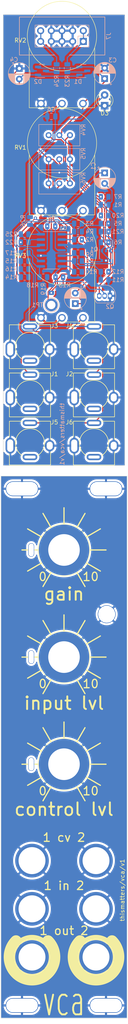
<source format=kicad_pcb>
(kicad_pcb (version 20221018) (generator pcbnew)
  (layers (0 "F.Cu" signal) (31 "B.Cu" signal) (34 "B.Paste" user) (35 "F.Paste" user) (36 "B.SilkS" user "B.Silkscreen") (37 "F.SilkS" user "F.Silkscreen") (38 "B.Mask" user) (39 "F.Mask" user) (44 "Edge.Cuts" user))
  (net 0 "")
  (net 1 "Net-(C1-Pad1)")
  (net 2 "Net-(C1-Pad2)")
  (net 3 "Net-(C2-Pad1)")
  (net 4 "Net-(C2-Pad2)")
  (net 5 "+12V")
  (net 6 "GND")
  (net 7 "-12V")
  (net 8 "Net-(D1-common)")
  (net 9 "Net-(D2-common)")
  (net 10 "Net-(D3-A)")
  (net 11 "Net-(J1-PadT)")
  (net 14 "Net-(J3-PadT)")
  (net 16 "Net-(J4-PadT)")
  (net 18 "/output")
  (net 21 "Net-(Q1A-E1)")
  (net 22 "Net-(Q1A-B1)")
  (net 23 "Net-(Q1B-C2)")
  (net 24 "Net-(Q2-B)")
  (net 25 "Net-(Q2-E)")
  (net 26 "Net-(U1A--)")
  (net 27 "Net-(U1D-+)")
  (net 28 "Net-(Q1A-C1)")
  (net 29 "Net-(R6-Pad2)")
  (net 30 "Net-(R7-Pad2)")
  (net 31 "Net-(U1B--)")
  (net 32 "Net-(U1B-+)")
  (net 33 "Net-(R10-Pad2)")
  (net 34 "Net-(R12-Pad1)")
  (net 35 "Net-(C6-Pad1)")
  (net 36 "Net-(U1C--)")
  (net 37 "Net-(R15-Pad1)")
  (net 38 "Net-(R17-Pad2)")
  (net 39 "Net-(R19-Pad1)")
  (net 40 "Net-(U1D--)")
  (net 41 "Net-(J7-Pin_1)")
  (net 42 "Net-(J7-Pin_10)")
  (net 43 "Net-(R25-Pad2)")
  (net 44 "/face")
  (footprint "eurorack:AudioJack2_Tayda_A-2566" (layer "F.Cu") (at 25.4 96.52)
    (fp_text reference "J3")
    (fp_text value "CV 1")
  )
  (footprint "eurorack:Mech-Potentiometer-Hole_level" (layer "F.Cu") (at 33.5026 144.709)
    (fp_text reference "H7")
    (fp_text value "Gain" hide)
  )
  (footprint "eurorack:AudioJack2_Tayda_A-2566" (layer "F.Cu") (at 25.4 119.38)
    (fp_text reference "J5")
    (fp_text value "Out 1")
  )
  (footprint "eurorack:Potentiometer_RV16AF-41-15R1" (layer "F.Cu") (at 33.02 73.66)
    (fp_text reference "RV3")
    (fp_text value "100K LOG*")
  )
  (footprint "eurorack:Potentiometer_RV16AF-41-15R1" (layer "F.Cu") (at 33.02 22.86)
    (fp_text reference "RV2")
    (fp_text value "100K LOG*")
  )
  (footprint "eurorack:Mech-MountingHole" (layer "F.Cu") (at 23.5026 252.704)
    (fp_text reference "H3")
    (fp_text value "MountingHole")
  )
  (footprint "eurorack:Mech-AudioJack-Hole" (layer "F.Cu") (at 25.8826 229.799)
    (fp_text reference "H8")
    (fp_text value "Signal 1" hide)
  )
  (footprint "eurorack:Mech-AudioJack-Hole" (layer "F.Cu") (at 25.8826 218.369)
    (fp_text reference "H10")
    (fp_text value "CV 1" hide)
  )
  (footprint "eurorack:Mech-AudioJack-Hole-Output" (layer "F.Cu") (at 25.8826 241.229)
    (fp_text reference "H12")
    (fp_text value "Out 1" hide)
  )
  (footprint "eurorack:Mech-AudioJack-Hole" (layer "F.Cu") (at 41.1226 218.369)
    (fp_text reference "H11")
    (fp_text value "CV 2" hide)
  )
  (footprint "eurorack:Mech-MountingHole" (layer "F.Cu") (at 43.5026 252.704)
    (fp_text reference "H4")
    (fp_text value "MountingHole")
  )
  (footprint "eurorack:AudioJack2_Tayda_A-2566" (layer "F.Cu") (at 40.64 96.52)
    (fp_text reference "J4")
    (fp_text value "CV 2")
  )
  (footprint "eurorack:Mech-AudioJack-Hole" (layer "F.Cu") (at 41.1226 229.799)
    (fp_text reference "H9")
    (fp_text value "Signal 2" hide)
  )
  (footprint "eurorack:AudioJack2_Tayda_A-2566" (layer "F.Cu") (at 25.4 107.95)
    (fp_text reference "J1")
    (fp_text value "Signal 1")
  )
  (footprint "eurorack:AudioJack2_Tayda_A-2566" (layer "F.Cu") (at 40.64 107.95)
    (fp_text reference "J2")
    (fp_text value "Signal 2")
  )
  (footprint "eurorack:Mech-LED-Hole-4mm" (layer "F.Cu") (at 43.6626 159.949)
    (fp_text reference "H14" hide)
    (fp_text value "Input LED")
  )
  (footprint "eurorack:Mech-AudioJack-Hole-Output" (layer "F.Cu") (at 41.1226 241.229)
    (fp_text reference "H13")
    (fp_text value "Out 2" hide)
  )
  (footprint "eurorack:Mech-Potentiometer-Hole_level" (layer "F.Cu") (at 33.5026 195.509)
    (fp_text reference "H6")
    (fp_text value "control lvl" hide)
  )
  (footprint "eurorack:Potentiometer_RV16AF-41-15R1" (layer "F.Cu") (at 33.02 48.26)
    (fp_text reference "RV1")
    (fp_text value "100K LOG*")
  )
  (footprint "eurorack:Mech-MountingHole" (layer "F.Cu") (at 23.5026 130.204)
    (fp_text reference "H1")
    (fp_text value "MountingHole")
  )
  (footprint "eurorack:Mech-Potentiometer-Hole_level" (layer "F.Cu") (at 33.5026 170.109)
    (fp_text reference "H5")
    (fp_text value "Input lvl" hide)
  )
  (footprint "eurorack:AudioJack2_Tayda_A-2566" (layer "F.Cu") (at 40.64 119.38)
    (fp_text reference "J6")
    (fp_text value "Out 2")
  )
  (footprint "LED_THT:LED_D3.0mm" (layer "F.Cu") (at 43.18 39.37 90)
    (fp_text reference "D3")
    (fp_text value "LED")
  )
  (footprint "eurorack:Mech-MountingHole" (layer "F.Cu") (at 43.5026 130.204)
    (fp_text reference "H2")
    (fp_text value "MountingHole")
  )
  (footprint "Capacitor_SMD:C_0805_2012Metric" (layer "B.Cu") (at 30.48 67.945 180)
    (fp_text reference "C5")
    (fp_text value "100n")
  )
  (footprint "Resistor_SMD:R_0805_2012Metric" (layer "B.Cu") (at 36.83 69.215)
    (fp_text reference "R4")
    (fp_text value "100K")
  )
  (footprint "Resistor_SMD:R_0805_2012Metric" (layer "B.Cu") (at 24.13 69.85)
    (fp_text reference "R25")
    (fp_text value "1K")
  )
  (footprint "Resistor_SMD:R_0805_2012Metric" (layer "B.Cu") (at 28.575 80.01)
    (fp_text reference "R18")
    (fp_text value "22K")
  )
  (footprint "Resistor_SMD:R_0805_2012Metric" (layer "B.Cu") (at 43.18 65.405)
    (fp_text reference "R20")
    (fp_text value "15K")
  )
  (footprint "Resistor_SMD:R_0805_2012Metric" (layer "B.Cu") (at 36.83 67.31 180)
    (fp_text reference "R3")
    (fp_text value "100K")
  )
  (footprint "Resistor_SMD:R_0805_2012Metric" (layer "B.Cu") (at 43.18 71.755)
    (fp_text reference "R6")
    (fp_text value "15K")
  )
  (footprint "Capacitor_THT:CP_Radial_D5.0mm_P2.50mm" (layer "B.Cu") (at 43.18 32.955113 90)
    (fp_text reference "C3")
    (fp_text value "22u 25V")
  )
  (footprint "Resistor_SMD:R_0805_2012Metric" (layer "B.Cu") (at 24.13 76.2 180)
    (fp_text reference "R15")
    (fp_text value "68K")
  )
  (footprint "Resistor_SMD:R_0805_2012Metric" (layer "B.Cu") (at 24.13 74.295)
    (fp_text reference "R17")
    (fp_text value "100K")
  )
  (footprint "Capacitor_THT:CP_Radial_D5.0mm_P2.50mm" (layer "B.Cu") (at 36.195 86.295113 90)
    (fp_text reference "C2")
    (fp_text value "10u*")
  )
  (footprint "Resistor_SMD:R_0805_2012Metric" (layer "B.Cu") (at 30.48 82.8275 90)
    (fp_text reference "R19")
    (fp_text value "22K")
  )
  (footprint "Resistor_SMD:R_0805_2012Metric" (layer "B.Cu") (at 24.13 80.01)
    (fp_text reference "R14")
    (fp_text value "100K")
  )
  (footprint "Resistor_SMD:R_0805_2012Metric" (layer "B.Cu") (at 31.75 30.48 90)
    (fp_text reference "R24")
    (fp_text value "10")
  )
  (footprint "Package_SO:SOIC-14_3.9x8.7mm_P1.27mm" (layer "B.Cu") (at 30.48 73.66 180)
    (fp_text reference "U1")
    (fp_text value "TL074")
  )
  (footprint "eurorack:PinHeader_2x05_P2.54mm_Vertical" (layer "B.Cu") (at 38.1 24.13 90)
    (fp_text reference "J7")
    (fp_text value "Conn_02x05_Odd_Even")
  )
  (footprint "Resistor_SMD:R_0805_2012Metric" (layer "B.Cu") (at 24.13 71.755 180)
    (fp_text reference "R22")
    (fp_text value "1K")
  )
  (footprint "Resistor_SMD:R_0805_2012Metric" (layer "B.Cu") (at 43.18 67.31 180)
    (fp_text reference "R5")
    (fp_text value "1K")
  )
  (footprint "Resistor_SMD:R_0805_2012Metric" (layer "B.Cu") (at 32.385 80.01 180)
    (fp_text reference "R13")
    (fp_text value "470")
  )
  (footprint "Resistor_SMD:R_0805_2012Metric" (layer "B.Cu") (at 36.83 74.295)
    (fp_text reference "R9")
    (fp_text value "10K")
  )
  (footprint "Resistor_SMD:R_0805_2012Metric" (layer "B.Cu") (at 34.29 30.48 90)
    (fp_text reference "R23")
    (fp_text value "10")
  )
  (footprint "Package_TO_SOT_SMD:SOT-23" (layer "B.Cu") (at 28.2725 31.115)
    (fp_text reference "D2")
    (fp_text value "BAT54SL")
  )
  (footprint "Potentiometer_THT:Potentiometer_Bourns_3296W_Vertical" (layer "B.Cu") (at 29.845 46.355 180)
    (fp_text reference "RV4")
    (fp_text value "1K")
  )
  (footprint "Package_SO:TSOP-6_1.65x3.05mm_P0.95mm" (layer "B.Cu") (at 43.5 74.93 -90)
    (fp_text reference "Q1")
    (fp_text value "BCM847")
  )
  (footprint "Resistor_SMD:R_0805_2012Metric" (layer "B.Cu") (at 43.18 60.96 180)
    (fp_text reference "R7")
    (fp_text value "15K")
  )
  (footprint "Resistor_SMD:R_0805_2012Metric" (layer "B.Cu") (at 43.18 69.215 180)
    (fp_text reference "R21")
    (fp_text value "33K")
  )
  (footprint "Resistor_SMD:R_0805_2012Metric" (layer "B.Cu") (at 36.83 76.2)
    (fp_text reference "R8")
    (fp_text value "10K")
  )
  (footprint "Resistor_SMD:R_0805_2012Metric" (layer "B.Cu") (at 43.18 80.645 180)
    (fp_text reference "R11")
    (fp_text value "100K")
  )
  (footprint "Capacitor_THT:CP_Radial_D5.0mm_P2.50mm" (layer "B.Cu") (at 22.86 30.544888 -90)
    (fp_text reference "C4")
    (fp_text value "22u 25V")
  )
  (footprint "Capacitor_SMD:C_0805_2012Metric" (layer "B.Cu") (at 30.48 41.91 180)
    (fp_text reference "C6")
    (fp_text value "100n")
  )
  (footprint "Potentiometer_THT:Potentiometer_Bourns_3296W_Vertical" (layer "B.Cu") (at 34.925 57.785)
    (fp_text reference "RV6")
    (fp_text value "47K")
  )
  (footprint "Capacitor_THT:CP_Radial_D5.0mm_P2.50mm" (layer "B.Cu") (at 43.18 55.309888 -90)
    (fp_text reference "C1")
    (fp_text value "10u*")
  )
  (footprint "Package_TO_SOT_SMD:SOT-23" (layer "B.Cu") (at 38.1 31.115)
    (fp_text reference "D1")
    (fp_text value "BAT54SL")
  )
  (footprint "Resistor_SMD:R_0805_2012Metric" (layer "B.Cu") (at 36.83 78.74 180)
    (fp_text reference "R10")
    (fp_text value "100K")
  )
  (footprint "Resistor_SMD:R_0805_2012Metric" (layer "B.Cu") (at 25.4 66.675 -90)
    (fp_text reference "R26")
    (fp_text value "100")
  )
  (footprint "Potentiometer_THT:Potentiometer_Bourns_3296W_Vertical" (layer "B.Cu") (at 34.925 52.07)
    (fp_text reference "RV5")
    (fp_text value "100K")
  )
  (footprint "Resistor_SMD:R_0805_2012Metric" (layer "B.Cu") (at 43.18 78.74 180)
    (fp_text reference "R12")
    (fp_text value "470K")
  )
  (footprint "Resistor_SMD:R_0805_2012Metric" (layer "B.Cu") (at 36.83 71.12 180)
    (fp_text reference "R2")
    (fp_text value "100K")
  )
  (footprint "TestPoint:TestPoint_Plated_Hole_D2.0mm" (layer "B.Cu") (at 30.48 86.614 180)
    (fp_text reference "TP1")
    (fp_text value "TestPoint")
  )
  (footprint "Resistor_SMD:R_0805_2012Metric" (layer "B.Cu") (at 43.18 62.865 180)
    (fp_text reference "R1")
    (fp_text value "100K")
  )
  (footprint "Resistor_SMD:R_0805_2012Metric" (layer "B.Cu") (at 24.13 78.105 180)
    (fp_text reference "R16")
    (fp_text value "68K")
  )
  (footprint "Package_TO_SOT_THT:TO-92L_Inline" (layer "B.Cu") (at 44.45 84.455 180)
    (fp_text reference "Q2")
    (fp_text value "BC547C")
  )
  (gr_rect (start 19.05 17.78) (end 47.9552 124.664) (stroke (width 0.1)) (fill none) (layer "Edge.Cuts"))
  (gr_rect (start 18.5026 127.204) (end 48.5026 255.704) (stroke (width 0.1)) (fill none) (layer "Edge.Cuts"))
  (gr_text "thismatters/vca/v1" (at 33.6426 109.777 90) (layer "B.SilkS") (effects (font (size 1 1)) (justify left bottom mirror)))
  (gr_text "input lvl" (at 33.5026 182.809) (layer "F.SilkS") (effects (font (size 3 3) (thickness 0.45)) (justify bottom)))
  (gr_text "1 in 2" (at 33.5026 225.481) (layer "F.SilkS") (effects (font (size 2 2) (thickness 0.3)) (justify bottom)))
  (gr_text "1 cv 2" (at 33.5026 214.051) (layer "F.SilkS") (effects (font (size 2 2) (thickness 0.3)) (justify bottom)))
  (gr_text "gain" (at 33.5026 156.901) (layer "F.SilkS") (effects (font (size 3 3) (thickness 0.45)) (justify bottom)))
  (gr_text "1 out 2" (at 33.5026 236.149) (layer "F.SilkS") (effects (font (size 2 2) (thickness 0.3)) (justify bottom)))
  (gr_text "control lvl" (at 33.5026 207.955) (layer "F.SilkS") (effects (font (size 3 3) (thickness 0.45)) (justify bottom)))
  (gr_text "vca" (at 33.4826 255.704) (layer "F.SilkS") (effects (font (size 7 4) (thickness 0.45)) (justify bottom)))
  (gr_text "thismatters/vca/v1" (at 47.9806 232.856 90) (layer "F.SilkS") (effects (font (size 1 1)) (justify left bottom)))
  (segment (start 33.02 64.26) (end 41.970112 55.309888) (width 0.25) (layer "B.Cu") (net 1))
  (segment (start 41.970112 55.309888) (end 43.18 55.309888) (width 0.25) (layer "B.Cu") (net 1))
  (segment (start 44.93 62.0275) (end 44.0925 62.865) (width 0.25) (layer "B.Cu") (net 2))
  (segment (start 44.93 59.559888) (end 44.93 62.0275) (width 0.25) (layer "B.Cu") (net 2))
  (segment (start 43.18 57.809888) (end 44.93 59.559888) (width 0.25) (layer "B.Cu") (net 2))
  (segment (start 42.73 89.721396) (end 42.715 89.736396) (width 0.25) (layer "F.Cu") (net 3))
  (segment (start 42.715 101.075) (end 40.64 103.15) (width 0.25) (layer "F.Cu") (net 3))
  (segment (start 42.715 89.736396) (end 42.715 101.075) (width 0.25) (layer "F.Cu") (net 3))
  (segment (start 39.303717 86.295113) (end 42.73 89.721396) (width 0.25) (layer "F.Cu") (net 3))
  (segment (start 36.195 86.295113) (end 39.303717 86.295113) (width 0.25) (layer "F.Cu") (net 3))
  (segment (start 39.105 80.885112) (end 36.195 83.795113) (width 0.25) (layer "F.Cu") (net 4))
  (segment (start 39.105 72.4825) (end 39.105 80.885112) (width 0.25) (layer "F.Cu") (net 4))
  (segment (start 37.7425 71.12) (end 39.105 72.4825) (width 0.25) (layer "F.Cu") (net 4))
  (via (at 37.7425 71.12) (size 0.8) (drill 0.4) (layers "F.Cu" "B.Cu") (net 4))
  (segment (start 32.385 46.355) (end 32.98 45.76) (width 0.25) (layer "F.Cu") (net 5))
  (segment (start 31.34 57.352146) (end 31.952146 56.74) (width 0.25) (layer "F.Cu") (net 5))
  (segment (start 43.18 33.7) (end 43.18 32.955113) (width 0.25) (layer "F.Cu") (net 5))
  (segment (start 31.952146 56.74) (end 33.88 56.74) (width 0.25) (layer "F.Cu") (net 5))
  (segment (start 31.34 58.83) (end 30.93 59.24) (width 0.25) (layer "F.Cu") (net 5))
  (segment (start 33.88 56.74) (end 34.925 57.785) (width 0.25) (layer "F.Cu") (net 5))
  (segment (start 30.93 59.24) (end 30.93 66.49) (width 0.25) (layer "F.Cu") (net 5))
  (segment (start 38.02 38.86) (end 43.18 33.7) (width 0.25) (layer "F.Cu") (net 5))
  (segment (start 30.93 66.49) (end 31.43 66.99) (width 0.25) (layer "F.Cu") (net 5))
  (segment (start 31.43 66.99) (end 31.43 67.945) (width 0.25) (layer "F.Cu") (net 5))
  (segment (start 32.98 45.085) (end 38.02 40.045) (width 0.25) (layer "F.Cu") (net 5))
  (segment (start 31.34 58.83) (end 31.34 57.352146) (width 0.25) (layer "F.Cu") (net 5))
  (segment (start 38.02 40.045) (end 38.02 38.86) (width 0.25) (layer "F.Cu") (net 5))
  (segment (start 32.98 45.76) (end 32.98 45.085) (width 0.25) (layer "F.Cu") (net 5))
  (via (at 31.43 67.945) (size 0.8) (drill 0.4) (layers "F.Cu" "B.Cu") (net 5))
  (segment (start 31.43 73.109999) (end 31.980001 73.66) (width 0.25) (layer "B.Cu") (net 5))
  (segment (start 31.980001 73.66) (end 32.955 73.66) (width 0.25) (layer "B.Cu") (net 5))
  (segment (start 40.389887 30.165) (end 43.18 32.955113) (width 0.25) (layer "B.Cu") (net 5))
  (segment (start 34.925 48.895) (end 34.925 52.07) (width 0.25) (layer "B.Cu") (net 5))
  (segment (start 37.1625 30.165) (end 40.389887 30.165) (width 0.25) (layer "B.Cu") (net 5))
  (segment (start 32.385 46.355) (end 34.925 48.895) (width 0.25) (layer "B.Cu") (net 5))
  (segment (start 27.302499 30.464999) (end 36.8625 30.465) (width 0.25) (layer "B.Cu") (net 5))
  (segment (start 34.925 52.07) (end 34.925 57.785) (width 0.25) (layer "B.Cu") (net 5))
  (segment (start 31.43 67.945) (end 31.43 73.109999) (width 0.25) (layer "B.Cu") (net 5))
  (segment (start 36.8625 30.465) (end 37.1625 30.165) (width 0.25) (layer "B.Cu") (net 5))
  (segment (start 44.45 82.55) (end 45.535 81.465) (width 0.25) (layer "F.Cu") (net 6))
  (segment (start 29.845 74.93) (end 28.005 74.93) (width 0.25) (layer "F.Cu") (net 6))
  (segment (start 44.8175 68.914695) (end 44.125305 68.2225) (width 0.25) (layer "F.Cu") (net 6))
  (segment (start 44.8175 70.752501) (end 44.8175 68.914695) (width 0.25) (layer "F.Cu") (net 6))
  (segment (start 40.64 77.47) (end 42.02 76.09) (width 0.25) (layer "F.Cu") (net 6))
  (segment (start 24.83 71.755) (end 28.005 74.93) (width 0.25) (layer "F.Cu") (net 6))
  (segment (start 44.45 86.36) (end 41.91 86.36) (width 0.25) (layer "F.Cu") (net 6))
  (segment (start 45.2675 71.202501) (end 44.8175 70.752501) (width 0.25) (layer "F.Cu") (net 6))
  (segment (start 28.02 64.26) (end 28.02 66.9525) (width 0.25) (layer "F.Cu") (net 6))
  (segment (start 30.48 59.053604) (end 30.48 70.612) (width 0.25) (layer "F.Cu") (net 6))
  (segment (start 45.535 72.838604) (end 45.2675 72.571104) (width 0.25) (layer "F.Cu") (net 6))
  (segment (start 22.86 30.544888) (end 21.735 31.669888) (width 0.25) (layer "F.Cu") (net 6))
  (segment (start 44.0925 68.2225) (end 44.0925 67.31) (width 0.25) (layer "F.Cu") (net 6))
  (segment (start 42.02 76.09) (end 43.5 76.09) (width 0.25) (layer "F.Cu") (net 6))
  (segment (start 44.45 84.455) (end 44.45 82.55) (width 0.25) (layer "F.Cu") (net 6))
  (segment (start 32.512 68.58) (end 33.274 68.58) (width 0.25) (layer "F.Cu") (net 6))
  (segment (start 40.64 85.09) (end 40.64 77.47) (width 0.25) (layer "F.Cu") (net 6))
  (segment (start 45.2675 72.571104) (end 45.2675 71.202501) (width 0.25) (layer "F.Cu") (net 6))
  (segment (start 45.535 81.465) (end 45.535 72.838604) (width 0.25) (layer "F.Cu") (net 6))
  (segment (start 30.89 56.29) (end 30.89 58.643604) (width 0.25) (layer "F.Cu") (net 6))
  (segment (start 28.02 66.976) (end 27.178 67.818) (width 0.25) (layer "F.Cu") (net 6))
  (segment (start 30.48 70.612) (end 30.48 74.295) (width 0.25) (layer "F.Cu") (net 6))
  (segment (start 41.91 86.36) (end 40.64 85.09) (width 0.25) (layer "F.Cu") (net 6))
  (segment (start 23.2175 71.755) (end 24.83 71.755) (width 0.25) (layer "F.Cu") (net 6))
  (segment (start 30.48 74.295) (end 29.845 74.93) (width 0.25) (layer "F.Cu") (net 6))
  (segment (start 30.48 70.612) (end 32.512 68.58) (width 0.25) (layer "F.Cu") (net 6))
  (segment (start 30.89 58.643604) (end 30.48 59.053604) (width 0.25) (layer "F.Cu") (net 6))
  (segment (start 21.735 47.135) (end 30.89 56.29) (width 0.25) (layer "F.Cu") (net 6))
  (segment (start 28.02 66.9525) (end 23.2175 71.755) (width 0.25) (layer "F.Cu") (net 6))
  (segment (start 21.735 31.669888) (end 21.735 47.135) (width 0.25) (layer "F.Cu") (net 6))
  (segment (start 44.125305 68.2225) (end 44.0925 68.2225) (width 0.25) (layer "F.Cu") (net 6))
  (segment (start 28.02 66.9525) (end 28.02 66.976) (width 0.25) (layer "F.Cu") (net 6))
  (segment (start 44.45 84.455) (end 44.45 86.36) (width 0.25) (layer "F.Cu") (net 6))
  (via (at 28.005 74.93) (size 0.8) (drill 0.4) (layers "F.Cu" "B.Cu") (net 6))
  (via (at 27.178 67.818) (size 0.8) (drill 0.4) (layers "F.Cu" "B.Cu") (net 6))
  (via (at 33.274 68.58) (size 0.8) (drill 0.4) (layers "F.Cu" "B.Cu") (net 6))
  (via (at 32.385 55.245) (size 0.8) (drill 0.4) (layers "F.Cu" "B.Cu") (net 6))
  (via (at 23.2175 71.755) (size 0.8) (drill 0.4) (layers "F.Cu" "B.Cu") (net 6))
  (via (at 44.0925 67.31) (size 0.8) (drill 0.4) (layers "F.Cu" "B.Cu") (net 6))
  (via (at 43.5 76.09) (size 0.8) (drill 0.4) (layers "F.Cu" "B.Cu") (net 6))
  (segment (start 28.005 74.93) (end 29.835 74.93) (width 0.25) (layer "B.Cu") (net 6))
  (segment (start 33.980908 74.285) (end 34.29 73.975908) (width 0.25) (layer "B.Cu") (net 6))
  (segment (start 30.48 74.285) (end 33.980908 74.285) (width 0.25) (layer "B.Cu") (net 6))
  (segment (start 33.335908 72.39) (end 32.955 72.39) (width 0.25) (layer "B.Cu") (net 6))
  (segment (start 29.53 41.91) (end 29.53 40.37) (width 0.25) (layer "B.Cu") (net 6))
  (segment (start 34.29 73.975908) (end 34.29 73.344092) (width 0.25) (layer "B.Cu") (net 6))
  (segment (start 34.29 73.344092) (end 33.335908 72.39) (width 0.25) (layer "B.Cu") (net 6))
  (segment (start 31.34 56.29) (end 32.385 55.245) (width 0.25) (layer "B.Cu") (net 6))
  (segment (start 31.34 60.94) (end 31.34 56.29) (width 0.25) (layer "B.Cu") (net 6))
  (segment (start 29.53 40.37) (end 28.02 38.86) (width 0.25) (layer "B.Cu") (net 6))
  (segment (start 29.835 74.93) (end 30.48 74.285) (width 0.25) (layer "B.Cu") (net 6))
  (segment (start 28.02 64.26) (end 31.34 60.94) (width 0.25) (layer "B.Cu") (net 6))
  (segment (start 42.545 63.751768) (end 42.545 65.1275) (width 0.25) (layer "F.Cu") (net 7))
  (segment (start 22.86 45.085) (end 29.845 52.07) (width 0.25) (layer "F.Cu") (net 7))
  (segment (start 29.845 58.42) (end 30.03 58.605) (width 0.25) (layer "F.Cu") (net 7))
  (segment (start 30.03 58.605) (end 30.03 67.125) (width 0.25) (layer "F.Cu") (net 7))
  (segment (start 22.86 33.044888) (end 22.86 45.085) (width 0.25) (layer "F.Cu") (net 7))
  (segment (start 30.863233 52.07) (end 42.545 63.751768) (width 0.25) (layer "F.Cu") (net 7))
  (segment (start 42.545 65.1275) (end 42.2675 65.405) (width 0.25) (layer "F.Cu") (net 7))
  (segment (start 29.845 67.63) (end 29.53 67.945) (width 0.25) (layer "F.Cu") (net 7))
  (segment (start 30.03 67.125) (end 29.845 67.31) (width 0.25) (layer "F.Cu") (net 7))
  (segment (start 29.845 67.31) (end 29.845 67.63) (width 0.25) (layer "F.Cu") (net 7))
  (segment (start 29.845 52.07) (end 30.863233 52.07) (width 0.25) (layer "F.Cu") (net 7))
  (segment (start 29.845 57.785) (end 29.845 58.42) (width 0.25) (layer "F.Cu") (net 7))
  (via (at 42.2675 65.405) (size 0.8) (drill 0.4) (layers "F.Cu" "B.Cu") (net 7))
  (via (at 29.53 67.945) (size 0.8) (drill 0.4) (layers "F.Cu" "B.Cu") (net 7))
  (segment (start 29.21 73.66) (end 29.53 73.34) (width 0.25) (layer "B.Cu") (net 7))
  (segment (start 29.845 52.07) (end 29.845 57.785) (width 0.25) (layer "B.Cu") (net 7))
  (segment (start 37.1625 32.065) (end 36.8625 32.365) (width 0.25) (layer "B.Cu") (net 7))
  (segment (start 29.53 73.34) (end 29.53 67.945) (width 0.25) (layer "B.Cu") (net 7))
  (segment (start 28.005 73.66) (end 29.21 73.66) (width 0.25) (layer "B.Cu") (net 7))
  (segment (start 36.8625 32.365) (end 27.302499 32.364999) (width 0.25) (layer "B.Cu") (net 7))
  (segment (start 23.839888 32.065) (end 22.86 33.044888) (width 0.25) (layer "B.Cu") (net 7))
  (segment (start 27.335 32.065) (end 23.839888 32.065) (width 0.25) (layer "B.Cu") (net 7))
  (segment (start 34.29 31.3925) (end 38.76 31.3925) (width 0.25) (layer "B.Cu") (net 8))
  (segment (start 38.76 31.3925) (end 39.0375 31.115) (width 0.25) (layer "B.Cu") (net 8))
  (segment (start 31.75 31.3925) (end 29.155 31.3925) (width 0.25) (layer "B.Cu") (net 9))
  (segment (start 31.34 47.4) (end 31.34 45.922146) (width 0.25) (layer "B.Cu") (net 10))
  (segment (start 31.34 45.922146) (end 34.717146 42.545) (width 0.25) (layer "B.Cu") (net 10))
  (segment (start 25.4 53.34) (end 31.34 47.4) (width 0.25) (layer "B.Cu") (net 10))
  (segment (start 34.717146 42.545) (end 37.465 42.545) (width 0.25) (layer "B.Cu") (net 10))
  (segment (start 37.465 42.545) (end 43.18 36.83) (width 0.25) (layer "B.Cu") (net 10))
  (segment (start 25.4 65.7625) (end 25.4 53.34) (width 0.25) (layer "B.Cu") (net 10))
  (segment (start 22.225 70.5) (end 22.225 92.71) (width 0.25) (layer "F.Cu") (net 11))
  (segment (start 26.6995 66.0255) (end 22.225 70.5) (width 0.25) (layer "F.Cu") (net 11))
  (segment (start 23.325 93.81) (end 23.325 101.075) (width 0.25) (layer "F.Cu") (net 11))
  (segment (start 22.225 92.71) (end 23.325 93.81) (width 0.25) (layer "F.Cu") (net 11))
  (segment (start 23.325 101.075) (end 25.4 103.15) (width 0.25) (layer "F.Cu") (net 11))
  (via (at 26.6995 66.0255) (size 0.8) (drill 0.4) (layers "F.Cu" "B.Cu") (net 11))
  (segment (start 36.24 66.04) (end 38.02 64.26) (width 0.25) (layer "B.Cu") (net 11))
  (segment (start 32.571396 66.86) (end 34.7255 66.86) (width 0.25) (layer "B.Cu") (net 11))
  (segment (start 32.156396 66.445) (end 32.571396 66.86) (width 0.25) (layer "B.Cu") (net 11))
  (segment (start 34.7255 66.86) (end 35.56 66.0255) (width 0.25) (layer "B.Cu") (net 11))
  (segment (start 26.6995 66.0255) (end 27.119 66.445) (width 0.25) (layer "B.Cu") (net 11))
  (segment (start 27.119 66.445) (end 32.156396 66.445) (width 0.25) (layer "B.Cu") (net 11))
  (segment (start 35.56 66.0255) (end 36.2255 66.0255) (width 0.25) (layer "B.Cu") (net 11))
  (segment (start 36.2255 66.0255) (end 36.24 66.04) (width 0.25) (layer "B.Cu") (net 11))
  (segment (start 34.716 92.964) (end 26.644 92.964) (width 0.25) (layer "F.Cu") (net 14))
  (segment (start 26.644 92.964) (end 25.4 91.72) (width 0.25) (layer "F.Cu") (net 14))
  (segment (start 38.02 89.66) (end 34.716 92.964) (width 0.25) (layer "F.Cu") (net 14))
  (segment (start 40.64 91.72) (end 27.92028 91.72) (width 0.25) (layer "B.Cu") (net 16))
  (segment (start 26.22 79.2825) (end 25.0425 78.105) (width 0.25) (layer "B.Cu") (net 16))
  (segment (start 26.22 86.935604) (end 26.22 79.2825) (width 0.25) (layer "B.Cu") (net 16))
  (segment (start 23.325 91.229) (end 24.13 90.424) (width 0.25) (layer "B.Cu") (net 16))
  (segment (start 24.48772 90.32028) (end 24.48772 88.667884) (width 0.25) (layer "B.Cu") (net 16))
  (segment (start 27.92028 91.72) (end 26.84528 92.795) (width 0.25) (layer "B.Cu") (net 16))
  (segment (start 24.13 90.424) (end 24.384 90.424) (width 0.25) (layer "B.Cu") (net 16))
  (segment (start 23.95472 92.795) (end 23.325 92.16528) (width 0.25) (layer "B.Cu") (net 16))
  (segment (start 26.84528 92.795) (end 23.95472 92.795) (width 0.25) (layer "B.Cu") (net 16))
  (segment (start 24.48772 88.667884) (end 26.22 86.935604) (width 0.25) (layer "B.Cu") (net 16))
  (segment (start 24.384 90.424) (end 24.48772 90.32028) (width 0.25) (layer "B.Cu") (net 16))
  (segment (start 23.325 92.16528) (end 23.325 91.229) (width 0.25) (layer "B.Cu") (net 16))
  (segment (start 43.18 101.305) (end 42.715 101.77) (width 0.25) (layer "F.Cu") (net 18))
  (segment (start 42.715 101.77) (end 42.715 112.505) (width 0.25) (layer "F.Cu") (net 18))
  (segment (start 33.2975 82.8275) (end 35.390113 84.920113) (width 0.25) (layer "F.Cu") (net 18))
  (segment (start 37.07 84.920113) (end 37.987443 85.837557) (width 0.25) (layer "F.Cu") (net 18))
  (segment (start 37.987443 85.837557) (end 39.482557 85.837557) (width 0.25) (layer "F.Cu") (net 18))
  (segment (start 40.64 114.58) (end 25.4 114.58) (width 0.25) (layer "F.Cu") (net 18))
  (segment (start 39.482557 85.837557) (end 43.18 89.535) (width 0.25) (layer "F.Cu") (net 18))
  (segment (start 35.390113 84.920113) (end 37.07 84.920113) (width 0.25) (layer "F.Cu") (net 18))
  (segment (start 33.2975 80.01) (end 33.2975 82.8275) (width 0.25) (layer "F.Cu") (net 18))
  (segment (start 43.18 89.535) (end 43.18 101.305) (width 0.25) (layer "F.Cu") (net 18))
  (segment (start 42.715 112.505) (end 40.64 114.58) (width 0.25) (layer "F.Cu") (net 18))
  (via (at 33.2975 80.01) (size 0.8) (drill 0.4) (layers "F.Cu" "B.Cu") (net 18))
  (segment (start 42.55 73.483604) (end 42.55 73.77) (width 0.25) (layer "B.Cu") (net 21))
  (segment (start 43.255 72.778604) (end 42.55 73.483604) (width 0.25) (layer "B.Cu") (net 21))
  (segment (start 42.55 73.77) (end 42.55 74.075) (width 0.25) (layer "B.Cu") (net 21))
  (segment (start 42.2675 69.215) (end 42.2675 70.2224) (width 0.25) (layer "B.Cu") (net 21))
  (segment (start 42.55 74.075) (end 44.45 75.975) (width 0.25) (layer "B.Cu") (net 21))
  (segment (start 42.2675 70.2224) (end 43.255 71.2099) (width 0.25) (layer "B.Cu") (net 21))
  (segment (start 44.45 75.975) (end 44.45 76.09) (width 0.25) (layer "B.Cu") (net 21))
  (segment (start 43.255 71.2099) (end 43.255 72.778604) (width 0.25) (layer "B.Cu") (net 21))
  (segment (start 43.87 73.095) (end 43.5 73.465) (width 0.25) (layer "B.Cu") (net 22))
  (segment (start 44.93 71.0599) (end 44.93 72.545) (width 0.25) (layer "B.Cu") (net 22))
  (segment (start 37.7425 68.9375) (end 38.92 67.76) (width 0.25) (layer "B.Cu") (net 22))
  (segment (start 42.2675 67.31) (end 43.255 68.2975) (width 0.25) (layer "B.Cu") (net 22))
  (segment (start 44.93 72.545) (end 44.38 73.095) (width 0.25) (layer "B.Cu") (net 22))
  (segment (start 37.7425 69.215) (end 37.7425 68.9375) (width 0.25) (layer "B.Cu") (net 22))
  (segment (start 44.38 73.095) (end 43.87 73.095) (width 0.25) (layer "B.Cu") (net 22))
  (segment (start 43.5 73.465) (end 43.5 73.77) (width 0.25) (layer "B.Cu") (net 22))
  (segment (start 38.92 67.76) (end 41.8175 67.76) (width 0.25) (layer "B.Cu") (net 22))
  (segment (start 41.8175 67.76) (end 42.2675 67.31) (width 0.25) (layer "B.Cu") (net 22))
  (segment (start 43.745 70.4001) (end 44.2702 70.4001) (width 0.25) (layer "B.Cu") (net 22))
  (segment (start 43.255 68.2975) (end 43.255 69.9101) (width 0.25) (layer "B.Cu") (net 22))
  (segment (start 44.2702 70.4001) (end 44.93 71.0599) (width 0.25) (layer "B.Cu") (net 22))
  (segment (start 43.255 69.9101) (end 43.745 70.4001) (width 0.25) (layer "B.Cu") (net 22))
  (segment (start 44.6001 64.38) (end 45.38 65.1599) (width 0.25) (layer "B.Cu") (net 23))
  (segment (start 37.7425 76.2) (end 38.3775 76.835) (width 0.25) (layer "B.Cu") (net 23))
  (segment (start 44.96 76.835) (end 45.085 76.71) (width 0.25) (layer "B.Cu") (net 23))
  (segment (start 38.3775 76.835) (end 44.96 76.835) (width 0.25) (layer "B.Cu") (net 23))
  (segment (start 45.38 72.84) (end 44.45 73.77) (width 0.25) (layer "B.Cu") (net 23))
  (segment (start 43.255 63.5601) (end 44.0749 64.38) (width 0.25) (layer "B.Cu") (net 23))
  (segment (start 45.085 74.405) (end 44.45 73.77) (width 0.25) (layer "B.Cu") (net 23))
  (segment (start 45.085 76.71) (end 45.085 74.405) (width 0.25) (layer "B.Cu") (net 23))
  (segment (start 43.255 62.1699) (end 43.255 63.5601) (width 0.25) (layer "B.Cu") (net 23))
  (segment (start 44.0925 60.96) (end 44.0925 61.3324) (width 0.25) (layer "B.Cu") (net 23))
  (segment (start 44.0749 64.38) (end 44.6001 64.38) (width 0.25) (layer "B.Cu") (net 23))
  (segment (start 45.38 65.1599) (end 45.38 72.84) (width 0.25) (layer "B.Cu") (net 23))
  (segment (start 44.0925 61.3324) (end 43.255 62.1699) (width 0.25) (layer "B.Cu") (net 23))
  (segment (start 37.855 81.035) (end 39.73 82.91) (width 0.25) (layer "B.Cu") (net 24))
  (segment (start 42.185 82.91) (end 43.18 83.905) (width 0.25) (layer "B.Cu") (net 24))
  (segment (start 31.36 81.035) (end 37.855 81.035) (width 0.25) (layer "B.Cu") (net 24))
  (segment (start 29.4875 80.01) (end 29.4875 80.9225) (width 0.25) (layer "B.Cu") (net 24))
  (segment (start 29.4875 80.9225) (end 30.48 81.915) (width 0.25) (layer "B.Cu") (net 24))
  (segment (start 39.73 82.91) (end 42.185 82.91) (width 0.25) (layer "B.Cu") (net 24))
  (segment (start 43.18 83.905) (end 43.18 84.455) (width 0.25) (layer "B.Cu") (net 24))
  (segment (start 30.48 81.915) (end 31.36 81.035) (width 0.25) (layer "B.Cu") (net 24))
  (segment (start 44.0925 70.7625) (end 44.125305 70.7625) (width 0.25) (layer "F.Cu") (net 25))
  (segment (start 41.91 81.947805) (end 41.91 84.455) (width 0.25) (layer "F.Cu") (net 25))
  (segment (start 44.125305 70.7625) (end 44.8175 71.454695) (width 0.25) (layer "F.Cu") (net 25))
  (segment (start 44.8175 71.454695) (end 44.8175 72.7575) (width 0.25) (layer "F.Cu") (net 25))
  (segment (start 44.0925 69.215) (end 44.0925 70.7625) (width 0.25) (layer "F.Cu") (net 25))
  (segment (start 44.8175 72.7575) (end 45.085 73.025) (width 0.25) (layer "F.Cu") (net 25))
  (segment (start 45.085 78.772805) (end 41.91 81.947805) (width 0.25) (layer "F.Cu") (net 25))
  (segment (start 45.085 73.025) (end 45.085 78.772805) (width 0.25) (layer "F.Cu") (net 25))
  (via (at 44.0925 69.215) (size 0.8) (drill 0.4) (layers "F.Cu" "B.Cu") (net 25))
  (segment (start 44.93 66.2425) (end 44.0925 65.405) (width 0.25) (layer "B.Cu") (net 25))
  (segment (start 44.0925 69.215) (end 44.93 68.3775) (width 0.25) (layer "B.Cu") (net 25))
  (segment (start 44.93 68.3775) (end 44.93 66.2425) (width 0.25) (layer "B.Cu") (net 25))
  (segment (start 37.7425 67.6675) (end 36.83 68.58) (width 0.25) (layer "B.Cu") (net 26))
  (segment (start 42.2675 62.865) (end 41.275 63.8575) (width 0.25) (layer "B.Cu") (net 26))
  (segment (start 36.83 68.58) (end 36.83 70.2075) (width 0.25) (layer "B.Cu") (net 26))
  (segment (start 41.275 63.8575) (end 41.275 66.04) (width 0.25) (layer "B.Cu") (net 26))
  (segment (start 32.955 71.12) (end 35.9175 71.12) (width 0.25) (layer "B.Cu") (net 26))
  (segment (start 41.275 66.04) (end 40.005 67.31) (width 0.25) (layer "B.Cu") (net 26))
  (segment (start 37.7425 67.31) (end 37.7425 67.6675) (width 0.25) (layer "B.Cu") (net 26))
  (segment (start 36.83 70.2075) (end 35.9175 71.12) (width 0.25) (layer "B.Cu") (net 26))
  (segment (start 40.005 67.31) (end 37.7425 67.31) (width 0.25) (layer "B.Cu") (net 26))
  (segment (start 32.385 67.31) (end 31.97 66.895) (width 0.25) (layer "B.Cu") (net 27))
  (segment (start 35.9175 67.31) (end 32.385 67.31) (width 0.25) (layer "B.Cu") (net 27))
  (segment (start 31.97 66.895) (end 26.2401 66.895) (width 0.25) (layer "B.Cu") (net 27))
  (segment (start 22.7099 72.78) (end 27.615 72.78) (width 0.25) (layer "B.Cu") (net 27))
  (segment (start 26.0951 66.75) (end 24.69 66.75) (width 0.25) (layer "B.Cu") (net 27))
  (segment (start 35.9175 69.215) (end 35.2825 69.85) (width 0.25) (layer "B.Cu") (net 27))
  (segment (start 27.615 72.78) (end 28.005 72.39) (width 0.25) (layer "B.Cu") (net 27))
  (segment (start 35.9175 67.31) (end 35.9175 69.215) (width 0.25) (layer "B.Cu") (net 27))
  (segment (start 24.69 66.75) (end 22.225 69.215) (width 0.25) (layer "B.Cu") (net 27))
  (segment (start 26.2401 66.895) (end 26.0951 66.75) (width 0.25) (layer "B.Cu") (net 27))
  (segment (start 22.225 72.2951) (end 22.7099 72.78) (width 0.25) (layer "B.Cu") (net 27))
  (segment (start 22.225 69.215) (end 22.225 72.2951) (width 0.25) (layer "B.Cu") (net 27))
  (segment (start 35.2825 69.85) (end 32.955 69.85) (width 0.25) (layer "B.Cu") (net 27))
  (segment (start 42.255 76.385) (end 42.55 76.09) (width 0.25) (layer "B.Cu") (net 28))
  (segment (start 41.97 75.51) (end 41.97 72.0525) (width 0.25) (layer "B.Cu") (net 28))
  (segment (start 39.8325 76.385) (end 42.255 76.385) (width 0.25) (layer "B.Cu") (net 28))
  (segment (start 37.7425 74.295) (end 39.8325 76.385) (width 0.25) (layer "B.Cu") (net 28))
  (segment (start 42.55 76.09) (end 41.97 75.51) (width 0.25) (layer "B.Cu") (net 28))
  (segment (start 41.97 72.0525) (end 42.2675 71.755) (width 0.25) (layer "B.Cu") (net 28))
  (segment (start 32.795 47.4) (end 33.43 48.035) (width 0.25) (layer "F.Cu") (net 29))
  (segment (start 43.63 63.563975) (end 43.63 66.747195) (width 0.25) (layer "F.Cu") (net 29))
  (segment (start 43.3675 67.009695) (end 43.3675 71.03) (width 0.25) (layer "F.Cu") (net 29))
  (segment (start 33.43 48.035) (end 33.43 53.363975) (width 0.25) (layer "F.Cu") (net 29))
  (segment (start 43.63 66.747195) (end 43.3675 67.009695) (width 0.25) (layer "F.Cu") (net 29))
  (segment (start 29.845 46.355) (end 30.89 47.4) (width 0.25) (layer "F.Cu") (net 29))
  (segment (start 33.43 53.363975) (end 43.63 63.563975) (width 0.25) (layer "F.Cu") (net 29))
  (segment (start 43.3675 71.03) (end 44.0925 71.755) (width 0.25) (layer "F.Cu") (net 29))
  (segment (start 30.89 47.4) (end 32.795 47.4) (width 0.25) (layer "F.Cu") (net 29))
  (via (at 44.0925 71.755) (size 0.8) (drill 0.4) (layers "F.Cu" "B.Cu") (net 29))
  (segment (start 33.88 47.4) (end 33.88 53.177579) (width 0.25) (layer "F.Cu") (net 30))
  (segment (start 33.88 53.177579) (end 41.66242 60.96) (width 0.25) (layer "F.Cu") (net 30))
  (segment (start 33.88 47.4) (end 34.925 46.355) (width 0.25) (layer "F.Cu") (net 30))
  (segment (start 41.66242 60.96) (end 42.2675 60.96) (width 0.25) (layer "F.Cu") (net 30))
  (via (at 42.2675 60.96) (size 0.8) (drill 0.4) (layers "F.Cu" "B.Cu") (net 30))
  (segment (start 32.955 76.2) (end 35.2825 76.2) (width 0.25) (layer "B.Cu") (net 31))
  (segment (start 35.9175 76.915) (end 37.7425 78.74) (width 0.25) (layer "B.Cu") (net 31))
  (segment (start 35.2825 76.2) (end 35.9175 76.835) (width 0.25) (layer "B.Cu") (net 31))
  (segment (start 35.9175 76.835) (end 35.9175 76.915) (width 0.25) (layer "B.Cu") (net 31))
  (segment (start 42.2675 78.74) (end 40.8125 77.285) (width 0.25) (layer "B.Cu") (net 32))
  (segment (start 36.755 75.1325) (end 36.755 76.76) (width 0.25) (layer "B.Cu") (net 32))
  (segment (start 42.2675 78.74) (end 42.2675 80.645) (width 0.25) (layer "B.Cu") (net 32))
  (segment (start 32.955 74.93) (end 35.2825 74.93) (width 0.25) (layer "B.Cu") (net 32))
  (segment (start 40.8125 77.285) (end 37.28 77.285) (width 0.25) (layer "B.Cu") (net 32))
  (segment (start 35.2825 74.93) (end 35.9175 74.295) (width 0.25) (layer "B.Cu") (net 32))
  (segment (start 35.9175 74.295) (end 36.755 75.1325) (width 0.25) (layer "B.Cu") (net 32))
  (segment (start 37.28 77.285) (end 36.755 76.76) (width 0.25) (layer "B.Cu") (net 32))
  (segment (start 30.48 86.614) (end 29.718 85.852) (width 0.25) (layer "F.Cu") (net 33))
  (segment (start 31.4725 81.722195) (end 31.4725 80.01) (width 0.25) (layer "F.Cu") (net 33))
  (segment (start 29.718 85.852) (end 29.718 83.476695) (width 0.25) (layer "F.Cu") (net 33))
  (segment (start 29.718 83.476695) (end 31.4725 81.722195) (width 0.25) (layer "F.Cu") (net 33))
  (via (at 31.4725 80.01) (size 0.8) (drill 0.4) (layers "F.Cu" "B.Cu") (net 33))
  (segment (start 34.6475 77.47) (end 35.9175 78.74) (width 0.25) (layer "B.Cu") (net 33))
  (segment (start 31.4725 78.9525) (end 31.4725 80.01) (width 0.25) (layer "B.Cu") (net 33))
  (segment (start 32.955 77.47) (end 34.6475 77.47) (width 0.25) (layer "B.Cu") (net 33))
  (segment (start 32.955 77.47) (end 31.4725 78.9525) (width 0.25) (layer "B.Cu") (net 33))
  (segment (start 44.635 73.322805) (end 42.9175 71.605305) (width 0.25) (layer "F.Cu") (net 34))
  (segment (start 44.635 78.555) (end 44.635 73.322805) (width 0.25) (layer "F.Cu") (net 34))
  (segment (start 43.18 66.560799) (end 43.18 63.750371) (width 0.25) (layer "F.Cu") (net 34))
  (segment (start 44.45 78.74) (end 44.635 78.555) (width 0.25) (layer "F.Cu") (net 34))
  (segment (start 32.385 52.955371) (end 32.385 52.07) (width 0.25) (layer "F.Cu") (net 34))
  (segment (start 42.9175 66.823299) (end 43.18 66.560799) (width 0.25) (layer "F.Cu") (net 34))
  (segment (start 43.18 63.750371) (end 32.385 52.955371) (width 0.25) (layer "F.Cu") (net 34))
  (segment (start 44.0925 78.74) (end 44.45 78.74) (width 0.25) (layer "F.Cu") (net 34))
  (segment (start 42.9175 71.605305) (end 42.9175 66.823299) (width 0.25) (layer "F.Cu") (net 34))
  (via (at 44.0925 78.74) (size 0.8) (drill 0.4) (layers "F.Cu" "B.Cu") (net 34))
  (segment (start 21.775 72.481496) (end 21.775 69.028604) (width 0.25) (layer "B.Cu") (net 35))
  (segment (start 24.375 66.428604) (end 24.375 65.16) (width 0.25) (layer "B.Cu") (net 35))
  (segment (start 22.38 73.086496) (end 21.775 72.481496) (width 0.25) (layer "B.Cu") (net 35))
  (segment (start 24.375 65.16) (end 24.95 64.585) (width 0.25) (layer "B.Cu") (net 35))
  (segment (start 23.2175 80.01) (end 22.38 79.1725) (width 0.25) (layer "B.Cu") (net 35))
  (segment (start 24.95 53.153604) (end 30.89 47.213604) (width 0.25) (layer "B.Cu") (net 35))
  (segment (start 24.95 64.585) (end 24.95 53.153604) (width 0.25) (layer "B.Cu") (net 35))
  (segment (start 30.89 47.213604) (end 30.89 45.73575) (width 0.25) (layer "B.Cu") (net 35))
  (segment (start 31.43 45.19575) (end 31.43 41.91) (width 0.25) (layer "B.Cu") (net 35))
  (segment (start 21.775 69.028604) (end 24.375 66.428604) (width 0.25) (layer "B.Cu") (net 35))
  (segment (start 22.38 79.1725) (end 22.38 73.086496) (width 0.25) (layer "B.Cu") (net 35))
  (segment (start 31.43 40.45) (end 33.02 38.86) (width 0.25) (layer "B.Cu") (net 35))
  (segment (start 31.43 41.91) (end 31.43 40.45) (width 0.25) (layer "B.Cu") (net 35))
  (segment (start 30.89 45.73575) (end 31.43 45.19575) (width 0.25) (layer "B.Cu") (net 35))
  (segment (start 23.2175 74.295) (end 23.2175 78.105) (width 0.25) (layer "B.Cu") (net 36))
  (segment (start 25.5501 73.27) (end 24.2425 73.27) (width 0.25) (layer "B.Cu") (net 36))
  (segment (start 24.2425 73.27) (end 23.2175 74.295) (width 0.25) (layer "B.Cu") (net 36))
  (segment (start 26.035 74.610908) (end 26.035 73.7549) (width 0.25) (layer "B.Cu") (net 36))
  (segment (start 27.624092 76.2) (end 26.035 74.610908) (width 0.25) (layer "B.Cu") (net 36))
  (segment (start 23.2175 78.105) (end 23.2175 78.185) (width 0.25) (layer "B.Cu") (net 36))
  (segment (start 28.005 76.2) (end 27.624092 76.2) (width 0.25) (layer "B.Cu") (net 36))
  (segment (start 26.035 73.7549) (end 25.5501 73.27) (width 0.25) (layer "B.Cu") (net 36))
  (segment (start 23.2175 78.185) (end 25.0425 80.01) (width 0.25) (layer "B.Cu") (net 36))
  (segment (start 25.88 77.0375) (end 25.0425 76.2) (width 0.25) (layer "B.Cu") (net 37))
  (segment (start 26.67 78.105) (end 25.88 77.315) (width 0.25) (layer "B.Cu") (net 37))
  (segment (start 33.02 89.66) (end 31.41 91.27) (width 0.25) (layer "B.Cu") (net 37))
  (segment (start 25.88 77.315) (end 25.88 77.0375) (width 0.25) (layer "B.Cu") (net 37))
  (segment (start 24.93772 90.46972) (end 24.93772 88.85428) (width 0.25) (layer "B.Cu") (net 37))
  (segment (start 31.41 91.27) (end 27.47028 91.27) (width 0.25) (layer "B.Cu") (net 37))
  (segment (start 27.47028 91.27) (end 26.67 90.46972) (width 0.25) (layer "B.Cu") (net 37))
  (segment (start 24.93772 88.85428) (end 26.67 87.122) (width 0.25) (layer "B.Cu") (net 37))
  (segment (start 26.67 87.122) (end 26.67 78.105) (width 0.25) (layer "B.Cu") (net 37))
  (segment (start 26.67 90.46972) (end 24.93772 90.46972) (width 0.25) (layer "B.Cu") (net 37))
  (segment (start 27.6625 77.8125) (end 27.6625 80.01) (width 0.25) (layer "B.Cu") (net 38))
  (segment (start 28.005 77.47) (end 27.6625 77.8125) (width 0.25) (layer "B.Cu") (net 38))
  (segment (start 27.030001 77.47) (end 28.005 77.47) (width 0.25) (layer "B.Cu") (net 38))
  (segment (start 25.0425 74.295) (end 26.035 75.2875) (width 0.25) (layer "B.Cu") (net 38))
  (segment (start 26.035 75.2875) (end 26.035 76.474999) (width 0.25) (layer "B.Cu") (net 38))
  (segment (start 26.035 76.474999) (end 27.030001 77.47) (width 0.25) (layer "B.Cu") (net 38))
  (segment (start 32.5725 79.935305) (end 32.5725 79.709695) (width 0.25) (layer "F.Cu") (net 39))
  (segment (start 34.38 79.285) (end 34.925 78.74) (width 0.25) (layer "F.Cu") (net 39))
  (segment (start 31.38 65.035) (end 31.38 59.426396) (width 0.25) (layer "F.Cu") (net 39))
  (segment (start 34.925 68.58) (end 31.38 65.035) (width 0.25) (layer "F.Cu") (net 39))
  (segment (start 30.48 83.351091) (end 31.9225 81.908591) (width 0.25) (layer "F.Cu") (net 39))
  (segment (start 31.38 59.426396) (end 32.385 58.421396) (width 0.25) (layer "F.Cu") (net 39))
  (segment (start 34.925 78.74) (end 34.925 68.58) (width 0.25) (layer "F.Cu") (net 39))
  (segment (start 32.997195 79.285) (end 34.38 79.285) (width 0.25) (layer "F.Cu") (net 39))
  (segment (start 32.5725 79.709695) (end 32.997195 79.285) (width 0.25) (layer "F.Cu") (net 39))
  (segment (start 31.9225 80.585305) (end 32.5725 79.935305) (width 0.25) (layer "F.Cu") (net 39))
  (segment (start 30.48 83.74) (end 30.48 83.351091) (width 0.25) (layer "F.Cu") (net 39))
  (segment (start 31.9225 81.908591) (end 31.9225 80.585305) (width 0.25) (layer "F.Cu") (net 39))
  (segment (start 32.385 58.421396) (end 32.385 57.785) (width 0.25) (layer "F.Cu") (net 39))
  (via (at 30.48 83.74) (size 0.8) (drill 0.4) (layers "F.Cu" "B.Cu") (net 39))
  (segment (start 25.6775 71.12) (end 25.0425 71.755) (width 0.25) (layer "B.Cu") (net 40))
  (segment (start 25.0425 71.755) (end 25.0425 71.675) (width 0.25) (layer "B.Cu") (net 40))
  (segment (start 25.0425 71.675) (end 23.2175 69.85) (width 0.25) (layer "B.Cu") (net 40))
  (segment (start 28.005 71.12) (end 25.6775 71.12) (width 0.25) (layer "B.Cu") (net 40))
  (segment (start 38.1381 21.5773) (end 38.1381 24.1173) (width 0.25) (layer "B.Cu") (net 41))
  (segment (start 38.1381 24.1173) (end 34.29 27.9654) (width 0.25) (layer "B.Cu") (net 41))
  (segment (start 34.29 27.9654) (end 34.29 29.5675) (width 0.25) (layer "B.Cu") (net 41))
  (segment (start 27.9781 21.5773) (end 27.9781 24.1173) (width 0.25) (layer "B.Cu") (net 42))
  (segment (start 27.9781 24.1173) (end 31.75 27.8892) (width 0.25) (layer "B.Cu") (net 42))
  (segment (start 31.75 27.8892) (end 31.75 29.5675) (width 0.25) (layer "B.Cu") (net 42))
  (segment (start 26.035 67.88) (end 26.035 67.5875) (width 0.25) (layer "B.Cu") (net 43))
  (segment (start 28.005 69.85) (end 26.035 67.88) (width 0.25) (layer "B.Cu") (net 43))
  (segment (start 28.005 69.85) (end 25.0425 69.85) (width 0.25) (layer "B.Cu") (net 43))
  (zone (net 6) (net_name "GND") (layers "F&B.Cu") (priority 1) (connect_pads (clearance 0.5)) (min_thickness 0.25) (fill yes (thermal_gap 0.5) (thermal_bridge_width 0.5))
    (polygon (pts (xy 19.05 17.78) (xy 48.26 17.78) (xy 48.26 125.73) (xy 19.05 125.73) (xy 19.05 105.156)))
  )
  (zone (net 44) (net_name "/face") (layers "F&B.Cu") (connect_pads (clearance 0.5)) (min_thickness 0.25) (fill yes (thermal_gap 0.5) (thermal_bridge_width 0.5))
    (polygon (pts (xy 18.2626 127.192) (xy 48.7426 127.192) (xy 48.7426 255.716) (xy 18.2626 255.716) (xy 18.2626 127.954)))
  )
)
</source>
